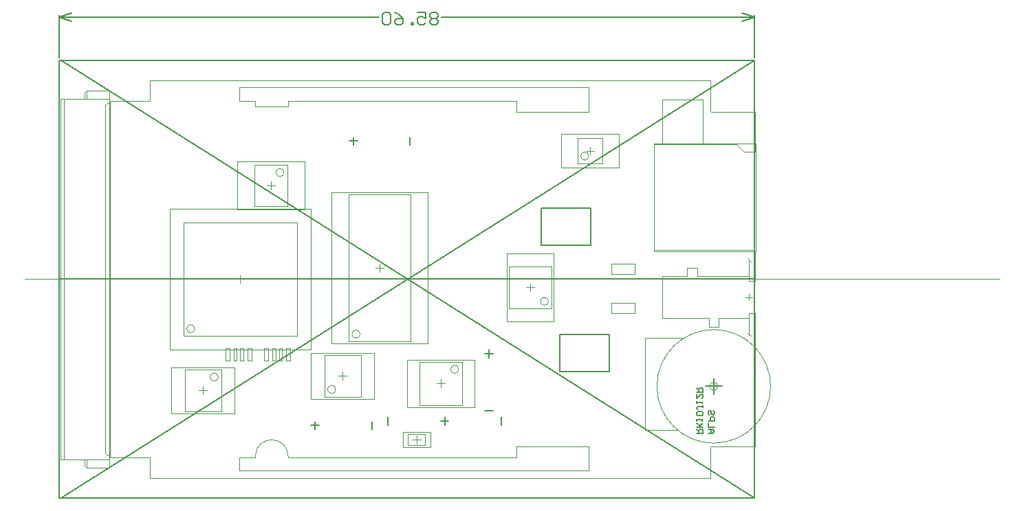
<source format=gm1>
G04*
G04 #@! TF.GenerationSoftware,Altium Limited,Altium Designer,18.0.7 (293)*
G04*
G04 Layer_Color=16711935*
%FSLAX25Y25*%
%MOIN*%
G70*
G01*
G75*
%ADD14C,0.00591*%
%ADD15C,0.00591*%
%ADD16C,0.00800*%
%ADD18C,0.00394*%
%ADD19C,0.00197*%
%ADD20C,0.00600*%
D14*
X-109872Y94500D02*
X-109883Y94488D01*
X-109872Y-0D02*
X-446880D01*
X-109872Y106299D02*
X-446092Y-106299D01*
X-109872D02*
X-446092Y106299D01*
X-109872D02*
X-446880D01*
Y-106299D02*
Y106299D01*
X-109872Y-106299D02*
Y106299D01*
Y-106299D02*
X-446880D01*
X-125758Y-52000D02*
X-133632D01*
X-129695Y-55937D02*
Y-48063D01*
D15*
X-204194Y-45000D02*
Y-27000D01*
X-180195Y-27000D02*
X-204195D01*
X-180195Y-45000D02*
Y-27000D01*
X-180195Y-45000D02*
X-204194D01*
X-189195Y34500D02*
X-189195Y34500D01*
X-213195D01*
X-213194Y34500D02*
X-213195Y34500D01*
X-213194Y16500D02*
Y34500D01*
X-189195Y16500D02*
X-213194D01*
X-189195D02*
X-189195Y16500D01*
Y34500D01*
X-204194Y-45000D02*
Y-27000D01*
X-180195Y-27000D02*
X-204195D01*
X-180195Y-45000D02*
Y-27000D01*
X-180195Y-45000D02*
X-204194D01*
X-189195Y34500D02*
X-189195Y34500D01*
X-213195D01*
X-213194Y34500D02*
X-213195Y34500D01*
X-213194Y16500D02*
Y34500D01*
X-189195Y16500D02*
X-213194D01*
X-189195D02*
X-189195Y16500D01*
Y34500D01*
D16*
X-132431Y-74822D02*
X-130431D01*
X-129432Y-73822D01*
X-130431Y-72823D01*
X-132431D01*
X-130931D01*
Y-74822D01*
X-129432Y-71823D02*
X-132431D01*
Y-69824D01*
Y-68824D02*
X-129432D01*
Y-67325D01*
X-129932Y-66825D01*
X-130931D01*
X-131431Y-67325D01*
Y-68824D01*
X-129932Y-63826D02*
X-129432Y-64325D01*
Y-65325D01*
X-129932Y-65825D01*
X-130431D01*
X-130931Y-65325D01*
Y-64325D01*
X-131431Y-63826D01*
X-131931D01*
X-132431Y-64325D01*
Y-65325D01*
X-131931Y-65825D01*
X-137950Y-74822D02*
X-134951D01*
Y-73322D01*
X-135450Y-72823D01*
X-136450D01*
X-136950Y-73322D01*
Y-74822D01*
Y-73822D02*
X-137950Y-72823D01*
X-134951Y-71823D02*
X-137950D01*
X-136950D01*
X-134951Y-69824D01*
X-136450Y-71323D01*
X-137950Y-69824D01*
Y-68824D02*
Y-67824D01*
Y-68324D01*
X-134951D01*
X-135450Y-68824D01*
Y-66325D02*
X-134951Y-65825D01*
Y-64825D01*
X-135450Y-64325D01*
X-137450D01*
X-137950Y-64825D01*
Y-65825D01*
X-137450Y-66325D01*
X-135450D01*
X-134951Y-61326D02*
Y-62326D01*
Y-61826D01*
X-137450D01*
X-137950Y-62326D01*
Y-62826D01*
X-137450Y-63326D01*
X-137950Y-60327D02*
Y-59327D01*
Y-59827D01*
X-134951D01*
X-135450Y-60327D01*
X-137950Y-55828D02*
Y-57828D01*
X-135950Y-55828D01*
X-135450D01*
X-134951Y-56328D01*
Y-57328D01*
X-135450Y-57828D01*
X-137950Y-54829D02*
X-134951D01*
Y-53329D01*
X-135450Y-52829D01*
X-136450D01*
X-136950Y-53329D01*
Y-54829D01*
Y-53829D02*
X-137950Y-52829D01*
X-132431Y-74822D02*
X-130431D01*
X-129432Y-73822D01*
X-130431Y-72823D01*
X-132431D01*
X-130931D01*
Y-74822D01*
X-129432Y-71823D02*
X-132431D01*
Y-69824D01*
Y-68824D02*
X-129432D01*
Y-67325D01*
X-129932Y-66825D01*
X-130931D01*
X-131431Y-67325D01*
Y-68824D01*
X-129932Y-63826D02*
X-129432Y-64325D01*
Y-65325D01*
X-129932Y-65825D01*
X-130431D01*
X-130931Y-65325D01*
Y-64325D01*
X-131431Y-63826D01*
X-131931D01*
X-132431Y-64325D01*
Y-65325D01*
X-131931Y-65825D01*
X-137950Y-74822D02*
X-134951D01*
Y-73322D01*
X-135450Y-72823D01*
X-136450D01*
X-136950Y-73322D01*
Y-74822D01*
Y-73822D02*
X-137950Y-72823D01*
X-134951Y-71823D02*
X-137950D01*
X-136950D01*
X-134951Y-69824D01*
X-136450Y-71323D01*
X-137950Y-69824D01*
Y-68824D02*
Y-67824D01*
Y-68324D01*
X-134951D01*
X-135450Y-68824D01*
Y-66325D02*
X-134951Y-65825D01*
Y-64825D01*
X-135450Y-64325D01*
X-137450D01*
X-137950Y-64825D01*
Y-65825D01*
X-137450Y-66325D01*
X-135450D01*
X-134951Y-61326D02*
Y-62326D01*
Y-61826D01*
X-137450D01*
X-137950Y-62326D01*
Y-62826D01*
X-137450Y-63326D01*
X-137950Y-60327D02*
Y-59327D01*
Y-59827D01*
X-134951D01*
X-135450Y-60327D01*
X-137950Y-55828D02*
Y-57828D01*
X-135950Y-55828D01*
X-135450D01*
X-134951Y-56328D01*
Y-57328D01*
X-135450Y-57828D01*
X-137950Y-54829D02*
X-134951D01*
Y-53329D01*
X-135450Y-52829D01*
X-136450D01*
X-136950Y-53329D01*
Y-54829D01*
Y-53829D02*
X-137950Y-52829D01*
X-304443Y65031D02*
Y68968D01*
X-302474Y67000D02*
X-306411D01*
X-276884Y65031D02*
Y68968D01*
X-322943Y-72969D02*
Y-69032D01*
X-320974Y-71000D02*
X-324911D01*
X-295384Y-72969D02*
Y-69032D01*
X-236726Y-36252D02*
X-240663D01*
X-238695Y-38221D02*
Y-34284D01*
X-236726Y-63811D02*
X-240663D01*
X-260146Y-70868D02*
Y-66931D01*
X-258178Y-68900D02*
X-262115D01*
X-287706Y-70868D02*
Y-66931D01*
X-260143Y-70868D02*
Y-66931D01*
X-258174Y-68900D02*
X-262111D01*
X-232583Y-70868D02*
Y-66931D01*
D18*
X-336080Y-85827D02*
G03*
X-351828Y-85827I-7874J0D01*
G01*
X-115017Y61823D02*
X-118695Y65500D01*
X-109695Y61823D02*
X-115017D01*
X-109695D02*
Y81201D01*
X-118695Y65500D02*
X-158695D01*
Y14000D02*
Y65500D01*
X-110695Y14000D02*
X-158695D01*
X-109695Y13000D02*
X-110695Y14000D01*
X-109695Y-862D02*
Y13000D01*
X-130994Y-81201D02*
X-131195Y-81402D01*
Y-96457D02*
Y-81402D01*
X-112596Y-18972D02*
Y-16610D01*
X-109695D02*
X-112596D01*
Y-18972D02*
X-127163D01*
X-109695Y-862D02*
X-112596D01*
Y1500D01*
X-130994Y81201D02*
X-131195Y81402D01*
X-109695Y-40600D02*
Y-16610D01*
X-127163Y-23106D02*
Y-18972D01*
Y-23106D02*
X-131887D01*
Y-18972D01*
X-154722D01*
Y1500D01*
X-142517D02*
X-154722D01*
X-142517D02*
Y5634D01*
X-137793D02*
X-142517D01*
X-137793Y1500D02*
Y5634D01*
X-112596Y1500D02*
X-137793D01*
X-109695Y-81201D02*
Y-40600D01*
X-190250Y96457D02*
X-363151D01*
X-190250Y93000D02*
X-359695D01*
X-190250Y81201D02*
Y93000D01*
X-131195Y96457D02*
X-190250D01*
X-359695Y86614D02*
Y93000D01*
X-363151Y96457D02*
X-403010D01*
X-359695Y-93000D02*
Y-86614D01*
X-131195Y-96457D02*
X-403010D01*
X-190250Y-93000D02*
Y-81201D01*
Y-93000D02*
X-359695D01*
X-403010Y86614D02*
X-422194D01*
X-403010Y-86614D02*
X-422195D01*
X-204195Y-45000D02*
Y-27000D01*
X-180195D02*
X-204195D01*
X-180195Y-45000D02*
Y-27000D01*
Y-45000D02*
X-204194D01*
X-189195Y34500D02*
X-189195Y34500D01*
X-213195D01*
Y16500D02*
Y34500D01*
X-213194Y16500D02*
X-213195Y16500D01*
X-189195Y16500D02*
X-213194D01*
X-189195D02*
Y34500D01*
X-359695Y86614D02*
X-359695Y86614D01*
X-351828Y86614D02*
X-359695D01*
X-403010Y86614D02*
Y96457D01*
X-351828Y-86614D02*
X-359695D01*
X-403010Y-96457D02*
Y-86614D01*
X-190250Y81201D02*
X-225450D01*
X-109695D02*
X-130994D01*
X-131195Y81402D02*
Y96457D01*
X-190250Y-81201D02*
X-225450D01*
X-109695D02*
X-130994D01*
X-225450Y81201D02*
Y86614D01*
Y-86614D02*
X-336080D01*
X-351828D02*
Y-85827D01*
X-336080Y-86614D02*
Y-85827D01*
X-225450Y-86614D02*
Y-81201D01*
X-422194Y86614D02*
X-422195Y-86614D01*
X-225450Y86614D02*
X-336080D01*
X-351828Y83858D02*
Y86614D01*
X-336080Y83858D02*
Y86614D01*
Y83858D02*
X-351828D01*
X-336080Y-85827D02*
G03*
X-351828Y-85827I-7874J0D01*
G01*
X-115017Y61823D02*
X-118695Y65500D01*
X-109695Y61823D02*
X-115017D01*
X-109695D02*
Y81201D01*
X-118695Y65500D02*
X-158695D01*
Y14000D02*
Y65500D01*
X-110695Y14000D02*
X-158695D01*
X-109695Y13000D02*
X-110695Y14000D01*
X-109695Y-862D02*
Y13000D01*
X-130994Y-81201D02*
X-131195Y-81402D01*
Y-96457D02*
Y-81402D01*
X-112596Y-18972D02*
Y-16610D01*
X-109695D02*
X-112596D01*
Y-18972D02*
X-127163D01*
X-109695Y-862D02*
X-112596D01*
Y1500D01*
X-130994Y81201D02*
X-131195Y81402D01*
X-109695Y-40600D02*
Y-16610D01*
X-127163Y-23106D02*
Y-18972D01*
Y-23106D02*
X-131887D01*
Y-18972D01*
X-154722D01*
Y1500D01*
X-142517D02*
X-154722D01*
X-142517D02*
Y5634D01*
X-137793D02*
X-142517D01*
X-137793Y1500D02*
Y5634D01*
X-112596Y1500D02*
X-137793D01*
X-109695Y-81201D02*
Y-40600D01*
X-190250Y96457D02*
X-363151D01*
X-190250Y93000D02*
X-359695D01*
X-190250Y81201D02*
Y93000D01*
X-131195Y96457D02*
X-190250D01*
X-359695Y86614D02*
Y93000D01*
X-363151Y96457D02*
X-403010D01*
X-359695Y-93000D02*
Y-86614D01*
X-131195Y-96457D02*
X-403010D01*
X-190250Y-93000D02*
Y-81201D01*
Y-93000D02*
X-359695D01*
X-403010Y86614D02*
X-422194D01*
X-403010Y-86614D02*
X-422195D01*
X-204195Y-45000D02*
Y-27000D01*
X-180195D02*
X-204195D01*
X-180195Y-45000D02*
Y-27000D01*
Y-45000D02*
X-204194D01*
X-189195Y34500D02*
X-189195Y34500D01*
X-213195D01*
Y16500D02*
Y34500D01*
X-213194Y16500D02*
X-213195Y16500D01*
X-189195Y16500D02*
X-213194D01*
X-189195D02*
Y34500D01*
X-359695Y86614D02*
X-359695Y86614D01*
X-351828Y86614D02*
X-359695D01*
X-403010Y86614D02*
Y96457D01*
X-351828Y-86614D02*
X-359695D01*
X-403010Y-96457D02*
Y-86614D01*
X-190250Y81201D02*
X-225450D01*
X-109695D02*
X-130994D01*
X-131195Y81402D02*
Y96457D01*
X-190250Y-81201D02*
X-225450D01*
X-109695D02*
X-130994D01*
X-225450Y81201D02*
Y86614D01*
Y-86614D02*
X-336080D01*
X-351828D02*
Y-85827D01*
X-336080Y-86614D02*
Y-85827D01*
X-225450Y-86614D02*
Y-81201D01*
X-422194Y86614D02*
X-422195Y-86614D01*
X-225450Y86614D02*
X-336080D01*
X-351828Y83858D02*
Y86614D01*
X-336080Y83858D02*
Y86614D01*
Y83858D02*
X-351828D01*
X-157254Y-52000D02*
G03*
X-157254Y-52000I27559J0D01*
G01*
X-131663D02*
G03*
X-131663Y-52000I1969J0D01*
G01*
X-305080Y-26587D02*
G03*
X-305080Y-26587I1969J0D01*
G01*
X-194222Y59741D02*
G03*
X-194222Y59741I1969J0D01*
G01*
X-213773Y-10693D02*
G03*
X-213773Y-10693I1969J0D01*
G01*
X-373848Y-47504D02*
G03*
X-373848Y-47504I1969J0D01*
G01*
X-316878Y-53496D02*
G03*
X-316878Y-53496I1969J0D01*
G01*
X-341932Y51799D02*
G03*
X-341932Y51799I1969J0D01*
G01*
X-257270Y-43710D02*
G03*
X-257270Y-43710I1969J0D01*
G01*
X-385179Y-24016D02*
G03*
X-385179Y-24016I1969J0D01*
G01*
X8805Y0D02*
X-463639Y-0D01*
X-109482Y13500D02*
Y65665D01*
X-158695D01*
Y13500D02*
Y65665D01*
X-109482Y13500D02*
X-158695D01*
X-154759Y65664D02*
Y87318D01*
X-135073D02*
X-154759D01*
X-135073Y65787D02*
Y87318D01*
Y65787D02*
X-135195Y65665D01*
X-163159Y-73063D02*
Y-28378D01*
X-147411Y-73063D02*
X-163159D01*
X-143868Y-28378D02*
X-163159D01*
X-276734Y41130D02*
X-306655D01*
X-276734Y-30130D02*
X-306655D01*
X-276734D02*
Y41130D01*
X-306655Y-30130D02*
Y41130D01*
X-195797Y56197D02*
Y68402D01*
X-183592Y56197D02*
Y68402D01*
Y56197D02*
X-195797D01*
X-183592Y68402D02*
X-195797D01*
X-229128Y-14236D02*
Y6236D01*
X-208261Y-14236D02*
Y6236D01*
X-229128D01*
X-208261Y-14236D02*
X-229128D01*
X-167947Y7480D02*
X-179443D01*
X-167947Y2362D02*
X-179443D01*
Y7480D01*
X-167947Y2362D02*
Y7480D01*
X-179443D01*
X-167947Y2362D02*
X-179443D01*
Y7480D01*
X-167947Y2362D02*
Y7480D01*
Y2362D02*
Y7480D01*
X-179443Y2362D02*
Y7480D01*
X-167947Y2362D02*
X-179443D01*
X-167947Y7480D02*
X-179443D01*
X-167947Y-16559D02*
X-179443D01*
X-167947Y-11441D02*
X-179443D01*
X-167947Y-16559D02*
Y-11441D01*
X-179443Y-16559D02*
Y-11441D01*
X-167947Y-16559D02*
X-179443D01*
X-167947Y-11441D02*
X-179443D01*
X-167947Y-16559D02*
Y-11441D01*
X-179443Y-16559D02*
Y-11441D01*
Y-16559D02*
Y-11441D01*
X-167947Y-16559D02*
Y-11441D01*
X-179443D01*
X-167947Y-16559D02*
X-179443D01*
X-368336Y-64039D02*
Y-43961D01*
X-386053Y-64039D02*
Y-43961D01*
X-368336D02*
X-386053D01*
X-368336Y-64039D02*
X-386053D01*
X-318453Y-57039D02*
Y-36961D01*
X-300736Y-57039D02*
Y-36961D01*
Y-57039D02*
X-318453D01*
X-300736Y-36961D02*
X-318453D01*
X-336420Y35658D02*
X-352169D01*
X-336420Y55343D02*
X-352169D01*
Y35658D02*
Y55343D01*
X-336420Y35658D02*
Y55343D01*
X-269661Y-80359D02*
X-277928D01*
X-269661Y-75241D02*
X-277928D01*
Y-80359D02*
Y-75241D01*
X-269661Y-80359D02*
Y-75241D01*
X-111809Y-27634D02*
X-113383Y-26059D01*
X-111809Y8587D02*
X-113383Y10161D01*
X-112596Y1500D02*
Y9374D01*
Y-26847D02*
Y-18972D01*
X-131887D02*
X-154722D01*
X-131887Y-23106D02*
Y-18972D01*
X-127163Y-23106D02*
X-131887D01*
X-127163D02*
Y-18972D01*
X-112596D02*
X-127163D01*
X-112596Y1500D02*
X-137793D01*
Y5634D01*
X-142517D01*
Y1500D02*
Y5634D01*
Y1500D02*
X-154722D01*
Y-18972D02*
Y1500D01*
X-251758Y-61033D02*
X-272231D01*
X-251758Y-40167D02*
X-272231D01*
Y-61033D02*
Y-40167D01*
X-251758Y-61033D02*
Y-40167D01*
X-331635Y-27559D02*
X-386754D01*
X-331635Y27559D02*
X-386754D01*
Y-27559D02*
Y27559D01*
X-331635Y-27559D02*
Y27559D01*
X-422695Y-85630D02*
X-423679D01*
X-424663Y-84646D01*
Y0D01*
Y84646D01*
X-423679Y85630D02*
X-424663Y84646D01*
X-422695Y85630D02*
X-423679D01*
X-422695Y-91339D02*
X-433521D01*
X-433718D01*
X-434506Y-90551D01*
Y-87402D01*
Y87402D02*
X-434506Y87402D01*
X-434506Y87402D02*
Y90551D01*
X-433718Y91339D02*
X-434506Y90551D01*
X-433521Y91339D02*
X-433718D01*
X-422695D02*
X-433521D01*
X-446317Y-87402D02*
Y87402D01*
X-422695Y-87402D02*
X-446317D01*
X-422695Y87402D02*
X-446317D01*
X-422695Y-91339D02*
Y91339D01*
X-444545Y-87402D02*
Y87402D01*
X-433521Y-91240D02*
Y-87598D01*
Y-91240D02*
X-433620Y-91339D01*
X-433521Y87402D02*
Y91339D01*
X-407931Y0D02*
X-448285D01*
X-291695Y3531D02*
Y7468D01*
X-289726Y5500D02*
X-293663D01*
X-187726Y62300D02*
X-191663D01*
X-189695Y60331D02*
Y64268D01*
X-216726Y-4000D02*
X-220663D01*
X-218695Y-5968D02*
Y-2032D01*
X-375226Y-54000D02*
X-379163D01*
X-377195Y-55968D02*
Y-52031D01*
X-307626Y-47000D02*
X-311563D01*
X-309595Y-48968D02*
Y-45031D01*
X-344295Y43532D02*
Y47469D01*
X-342326Y45500D02*
X-346263D01*
X-273795Y-79769D02*
Y-75832D01*
X-271826Y-77800D02*
X-275763D01*
X-112596Y-10311D02*
Y-7161D01*
X-111021Y-8736D02*
X-114171D01*
X-261995Y-52569D02*
Y-48632D01*
X-260026Y-50600D02*
X-263963D01*
X-359195Y-1969D02*
Y1969D01*
X-357226Y0D02*
X-361163D01*
D19*
X-353796Y-33350D02*
X-355764Y-33350D01*
X-357732Y-33350D02*
X-359307D01*
X-360882D02*
X-362457D01*
X-364425D02*
X-366394Y-33350D01*
X-364425Y-39650D02*
X-366394Y-39649D01*
X-360882Y-39650D02*
X-362457D01*
X-357732Y-39650D02*
X-359307D01*
X-353796Y-39649D02*
X-355764Y-39650D01*
Y-33350D01*
X-357732Y-39650D02*
Y-33350D01*
X-359307Y-39650D02*
Y-33350D01*
X-360882Y-39650D02*
X-360882Y-33350D01*
X-362457D02*
X-362457Y-39650D01*
X-364425Y-39650D02*
Y-33350D01*
X-353796Y-39649D02*
Y-33350D01*
X-366394Y-39649D02*
Y-33350D01*
X-334896D02*
X-336864Y-33350D01*
X-338832Y-33350D02*
X-340407D01*
X-341982Y-33350D02*
X-343557D01*
X-345525Y-33350D02*
X-347494Y-33350D01*
X-345525Y-39650D02*
X-347494Y-39649D01*
X-341982Y-39650D02*
X-343557D01*
X-338832D02*
X-340407Y-39650D01*
X-334896Y-39649D02*
X-336864Y-39650D01*
Y-33350D01*
X-338832Y-33350D02*
X-338832Y-39650D01*
X-340407Y-39650D02*
Y-33350D01*
X-341982Y-39650D02*
Y-33350D01*
X-343557Y-39650D02*
Y-33350D01*
X-345525Y-39650D02*
Y-33350D01*
X-334896Y-39649D02*
Y-33350D01*
X-347494Y-39649D02*
Y-33350D01*
X-268368Y42114D02*
X-315021D01*
X-268368Y-31114D02*
X-315021D01*
X-268368D02*
Y42114D01*
X-315021Y-31114D02*
Y42114D01*
X-203671Y54229D02*
Y70370D01*
X-175718Y54229D02*
Y70370D01*
Y54229D02*
X-203671D01*
X-175718Y70370D02*
X-203671D01*
X-230112Y-20339D02*
Y12339D01*
X-207277Y-20339D02*
Y12339D01*
X-230112D01*
X-207277Y-20339D02*
X-230112D01*
X-361840Y-65024D02*
Y-42976D01*
X-392549Y-65024D02*
Y-42976D01*
X-361840D02*
X-392549D01*
X-361840Y-65024D02*
X-392549D01*
X-324949Y-58024D02*
Y-35976D01*
X-294240Y-58024D02*
Y-35976D01*
Y-58024D02*
X-324949D01*
X-294240Y-35976D02*
X-324949D01*
X-327956Y33689D02*
X-360633D01*
X-327956Y57311D02*
X-360633D01*
Y33689D02*
Y57311D01*
X-327956Y33689D02*
Y57311D01*
X-267102Y-81540D02*
X-280487D01*
X-267102Y-74060D02*
X-280487D01*
Y-81540D02*
Y-74060D01*
X-267102Y-81540D02*
Y-74060D01*
X-245656Y-62017D02*
X-278333D01*
X-245656Y-39183D02*
X-278333D01*
Y-62017D02*
Y-39183D01*
X-245656Y-62017D02*
Y-39183D01*
X-325041Y-34154D02*
X-393348D01*
X-325041Y34154D02*
X-393348D01*
Y-34154D02*
Y34154D01*
X-325041Y-34154D02*
Y34154D01*
D20*
X-440880Y125000D02*
X-446880Y127000D01*
X-440880Y129000D02*
X-446880Y127000D01*
X-109872D02*
X-115872Y129000D01*
X-109872Y127000D02*
X-115872Y125000D01*
X-291871Y127000D02*
X-446880D01*
X-109872D02*
X-261680D01*
X-446880Y107595D02*
Y128000D01*
X-109872Y107595D02*
Y128000D01*
X-263280Y128399D02*
X-264280Y129399D01*
X-266279D01*
X-267279Y128399D01*
Y127400D01*
X-266279Y126400D01*
X-267279Y125400D01*
Y124401D01*
X-266279Y123401D01*
X-264280D01*
X-263280Y124401D01*
Y125400D01*
X-264280Y126400D01*
X-263280Y127400D01*
Y128399D01*
X-264280Y126400D02*
X-266279D01*
X-273277Y129399D02*
X-269278D01*
Y126400D01*
X-271277Y127400D01*
X-272277D01*
X-273277Y126400D01*
Y124401D01*
X-272277Y123401D01*
X-270278D01*
X-269278Y124401D01*
X-275276Y123401D02*
Y124401D01*
X-276276D01*
Y123401D01*
X-275276D01*
X-284273Y129399D02*
X-282274Y128399D01*
X-280275Y126400D01*
Y124401D01*
X-281274Y123401D01*
X-283274D01*
X-284273Y124401D01*
Y125400D01*
X-283274Y126400D01*
X-280275D01*
X-286273Y128399D02*
X-287272Y129399D01*
X-289272D01*
X-290271Y128399D01*
Y124401D01*
X-289272Y123401D01*
X-287272D01*
X-286273Y124401D01*
Y128399D01*
M02*

</source>
